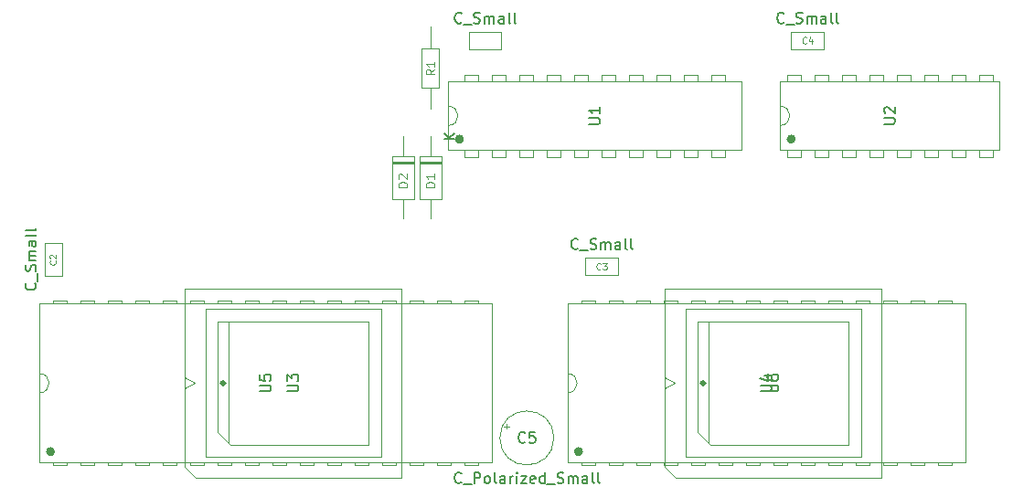
<source format=gbr>
%TF.GenerationSoftware,KiCad,Pcbnew,9.0.0*%
%TF.CreationDate,2025-05-09T14:52:44+01:00*%
%TF.ProjectId,v0b,7630622e-6b69-4636-9164-5f7063625858,rev?*%
%TF.SameCoordinates,Original*%
%TF.FileFunction,AssemblyDrawing,Top*%
%FSLAX46Y46*%
G04 Gerber Fmt 4.6, Leading zero omitted, Abs format (unit mm)*
G04 Created by KiCad (PCBNEW 9.0.0) date 2025-05-09 14:52:44*
%MOMM*%
%LPD*%
G01*
G04 APERTURE LIST*
%ADD10C,0.150000*%
%ADD11C,0.120000*%
%ADD12C,0.090000*%
%ADD13C,0.108000*%
%ADD14C,0.100000*%
%ADD15C,0.431000*%
%ADD16C,0.300000*%
G04 APERTURE END LIST*
D10*
X81384819Y-44576904D02*
X82194342Y-44576904D01*
X82194342Y-44576904D02*
X82289580Y-44529285D01*
X82289580Y-44529285D02*
X82337200Y-44481666D01*
X82337200Y-44481666D02*
X82384819Y-44386428D01*
X82384819Y-44386428D02*
X82384819Y-44195952D01*
X82384819Y-44195952D02*
X82337200Y-44100714D01*
X82337200Y-44100714D02*
X82289580Y-44053095D01*
X82289580Y-44053095D02*
X82194342Y-44005476D01*
X82194342Y-44005476D02*
X81384819Y-44005476D01*
X82384819Y-43005476D02*
X82384819Y-43576904D01*
X82384819Y-43291190D02*
X81384819Y-43291190D01*
X81384819Y-43291190D02*
X81527676Y-43386428D01*
X81527676Y-43386428D02*
X81622914Y-43481666D01*
X81622914Y-43481666D02*
X81670533Y-43576904D01*
X68929819Y-45981904D02*
X67929819Y-45981904D01*
X68929819Y-45410476D02*
X68358390Y-45839047D01*
X67929819Y-45410476D02*
X68501247Y-45981904D01*
D11*
X67038855Y-50420475D02*
X66238855Y-50420475D01*
X66238855Y-50420475D02*
X66238855Y-50229999D01*
X66238855Y-50229999D02*
X66276950Y-50115713D01*
X66276950Y-50115713D02*
X66353140Y-50039523D01*
X66353140Y-50039523D02*
X66429331Y-50001428D01*
X66429331Y-50001428D02*
X66581712Y-49963332D01*
X66581712Y-49963332D02*
X66695998Y-49963332D01*
X66695998Y-49963332D02*
X66848379Y-50001428D01*
X66848379Y-50001428D02*
X66924569Y-50039523D01*
X66924569Y-50039523D02*
X67000760Y-50115713D01*
X67000760Y-50115713D02*
X67038855Y-50229999D01*
X67038855Y-50229999D02*
X67038855Y-50420475D01*
X67038855Y-49201428D02*
X67038855Y-49658571D01*
X67038855Y-49429999D02*
X66238855Y-49429999D01*
X66238855Y-49429999D02*
X66353140Y-49506190D01*
X66353140Y-49506190D02*
X66429331Y-49582380D01*
X66429331Y-49582380D02*
X66467426Y-49658571D01*
D10*
X30059580Y-59320476D02*
X30107200Y-59368095D01*
X30107200Y-59368095D02*
X30154819Y-59510952D01*
X30154819Y-59510952D02*
X30154819Y-59606190D01*
X30154819Y-59606190D02*
X30107200Y-59749047D01*
X30107200Y-59749047D02*
X30011961Y-59844285D01*
X30011961Y-59844285D02*
X29916723Y-59891904D01*
X29916723Y-59891904D02*
X29726247Y-59939523D01*
X29726247Y-59939523D02*
X29583390Y-59939523D01*
X29583390Y-59939523D02*
X29392914Y-59891904D01*
X29392914Y-59891904D02*
X29297676Y-59844285D01*
X29297676Y-59844285D02*
X29202438Y-59749047D01*
X29202438Y-59749047D02*
X29154819Y-59606190D01*
X29154819Y-59606190D02*
X29154819Y-59510952D01*
X29154819Y-59510952D02*
X29202438Y-59368095D01*
X29202438Y-59368095D02*
X29250057Y-59320476D01*
X30250057Y-59130000D02*
X30250057Y-58368095D01*
X30107200Y-58177618D02*
X30154819Y-58034761D01*
X30154819Y-58034761D02*
X30154819Y-57796666D01*
X30154819Y-57796666D02*
X30107200Y-57701428D01*
X30107200Y-57701428D02*
X30059580Y-57653809D01*
X30059580Y-57653809D02*
X29964342Y-57606190D01*
X29964342Y-57606190D02*
X29869104Y-57606190D01*
X29869104Y-57606190D02*
X29773866Y-57653809D01*
X29773866Y-57653809D02*
X29726247Y-57701428D01*
X29726247Y-57701428D02*
X29678628Y-57796666D01*
X29678628Y-57796666D02*
X29631009Y-57987142D01*
X29631009Y-57987142D02*
X29583390Y-58082380D01*
X29583390Y-58082380D02*
X29535771Y-58129999D01*
X29535771Y-58129999D02*
X29440533Y-58177618D01*
X29440533Y-58177618D02*
X29345295Y-58177618D01*
X29345295Y-58177618D02*
X29250057Y-58129999D01*
X29250057Y-58129999D02*
X29202438Y-58082380D01*
X29202438Y-58082380D02*
X29154819Y-57987142D01*
X29154819Y-57987142D02*
X29154819Y-57749047D01*
X29154819Y-57749047D02*
X29202438Y-57606190D01*
X30154819Y-57177618D02*
X29488152Y-57177618D01*
X29583390Y-57177618D02*
X29535771Y-57129999D01*
X29535771Y-57129999D02*
X29488152Y-57034761D01*
X29488152Y-57034761D02*
X29488152Y-56891904D01*
X29488152Y-56891904D02*
X29535771Y-56796666D01*
X29535771Y-56796666D02*
X29631009Y-56749047D01*
X29631009Y-56749047D02*
X30154819Y-56749047D01*
X29631009Y-56749047D02*
X29535771Y-56701428D01*
X29535771Y-56701428D02*
X29488152Y-56606190D01*
X29488152Y-56606190D02*
X29488152Y-56463333D01*
X29488152Y-56463333D02*
X29535771Y-56368094D01*
X29535771Y-56368094D02*
X29631009Y-56320475D01*
X29631009Y-56320475D02*
X30154819Y-56320475D01*
X30154819Y-55415714D02*
X29631009Y-55415714D01*
X29631009Y-55415714D02*
X29535771Y-55463333D01*
X29535771Y-55463333D02*
X29488152Y-55558571D01*
X29488152Y-55558571D02*
X29488152Y-55749047D01*
X29488152Y-55749047D02*
X29535771Y-55844285D01*
X30107200Y-55415714D02*
X30154819Y-55510952D01*
X30154819Y-55510952D02*
X30154819Y-55749047D01*
X30154819Y-55749047D02*
X30107200Y-55844285D01*
X30107200Y-55844285D02*
X30011961Y-55891904D01*
X30011961Y-55891904D02*
X29916723Y-55891904D01*
X29916723Y-55891904D02*
X29821485Y-55844285D01*
X29821485Y-55844285D02*
X29773866Y-55749047D01*
X29773866Y-55749047D02*
X29773866Y-55510952D01*
X29773866Y-55510952D02*
X29726247Y-55415714D01*
X30154819Y-54796666D02*
X30107200Y-54891904D01*
X30107200Y-54891904D02*
X30011961Y-54939523D01*
X30011961Y-54939523D02*
X29154819Y-54939523D01*
X30154819Y-54272856D02*
X30107200Y-54368094D01*
X30107200Y-54368094D02*
X30011961Y-54415713D01*
X30011961Y-54415713D02*
X29154819Y-54415713D01*
D12*
X31965748Y-57229999D02*
X31994320Y-57258571D01*
X31994320Y-57258571D02*
X32022891Y-57344285D01*
X32022891Y-57344285D02*
X32022891Y-57401428D01*
X32022891Y-57401428D02*
X31994320Y-57487142D01*
X31994320Y-57487142D02*
X31937177Y-57544285D01*
X31937177Y-57544285D02*
X31880034Y-57572856D01*
X31880034Y-57572856D02*
X31765748Y-57601428D01*
X31765748Y-57601428D02*
X31680034Y-57601428D01*
X31680034Y-57601428D02*
X31565748Y-57572856D01*
X31565748Y-57572856D02*
X31508605Y-57544285D01*
X31508605Y-57544285D02*
X31451462Y-57487142D01*
X31451462Y-57487142D02*
X31422891Y-57401428D01*
X31422891Y-57401428D02*
X31422891Y-57344285D01*
X31422891Y-57344285D02*
X31451462Y-57258571D01*
X31451462Y-57258571D02*
X31480034Y-57229999D01*
X31480034Y-57001428D02*
X31451462Y-56972856D01*
X31451462Y-56972856D02*
X31422891Y-56915714D01*
X31422891Y-56915714D02*
X31422891Y-56772856D01*
X31422891Y-56772856D02*
X31451462Y-56715714D01*
X31451462Y-56715714D02*
X31480034Y-56687142D01*
X31480034Y-56687142D02*
X31537177Y-56658571D01*
X31537177Y-56658571D02*
X31594320Y-56658571D01*
X31594320Y-56658571D02*
X31680034Y-56687142D01*
X31680034Y-56687142D02*
X32022891Y-57029999D01*
X32022891Y-57029999D02*
X32022891Y-56658571D01*
D10*
X97879819Y-69341904D02*
X98689342Y-69341904D01*
X98689342Y-69341904D02*
X98784580Y-69294285D01*
X98784580Y-69294285D02*
X98832200Y-69246666D01*
X98832200Y-69246666D02*
X98879819Y-69151428D01*
X98879819Y-69151428D02*
X98879819Y-68960952D01*
X98879819Y-68960952D02*
X98832200Y-68865714D01*
X98832200Y-68865714D02*
X98784580Y-68818095D01*
X98784580Y-68818095D02*
X98689342Y-68770476D01*
X98689342Y-68770476D02*
X97879819Y-68770476D01*
X97879819Y-67865714D02*
X97879819Y-68056190D01*
X97879819Y-68056190D02*
X97927438Y-68151428D01*
X97927438Y-68151428D02*
X97975057Y-68199047D01*
X97975057Y-68199047D02*
X98117914Y-68294285D01*
X98117914Y-68294285D02*
X98308390Y-68341904D01*
X98308390Y-68341904D02*
X98689342Y-68341904D01*
X98689342Y-68341904D02*
X98784580Y-68294285D01*
X98784580Y-68294285D02*
X98832200Y-68246666D01*
X98832200Y-68246666D02*
X98879819Y-68151428D01*
X98879819Y-68151428D02*
X98879819Y-67960952D01*
X98879819Y-67960952D02*
X98832200Y-67865714D01*
X98832200Y-67865714D02*
X98784580Y-67818095D01*
X98784580Y-67818095D02*
X98689342Y-67770476D01*
X98689342Y-67770476D02*
X98451247Y-67770476D01*
X98451247Y-67770476D02*
X98356009Y-67818095D01*
X98356009Y-67818095D02*
X98308390Y-67865714D01*
X98308390Y-67865714D02*
X98260771Y-67960952D01*
X98260771Y-67960952D02*
X98260771Y-68151428D01*
X98260771Y-68151428D02*
X98308390Y-68246666D01*
X98308390Y-68246666D02*
X98356009Y-68294285D01*
X98356009Y-68294285D02*
X98451247Y-68341904D01*
X69559523Y-35139580D02*
X69511904Y-35187200D01*
X69511904Y-35187200D02*
X69369047Y-35234819D01*
X69369047Y-35234819D02*
X69273809Y-35234819D01*
X69273809Y-35234819D02*
X69130952Y-35187200D01*
X69130952Y-35187200D02*
X69035714Y-35091961D01*
X69035714Y-35091961D02*
X68988095Y-34996723D01*
X68988095Y-34996723D02*
X68940476Y-34806247D01*
X68940476Y-34806247D02*
X68940476Y-34663390D01*
X68940476Y-34663390D02*
X68988095Y-34472914D01*
X68988095Y-34472914D02*
X69035714Y-34377676D01*
X69035714Y-34377676D02*
X69130952Y-34282438D01*
X69130952Y-34282438D02*
X69273809Y-34234819D01*
X69273809Y-34234819D02*
X69369047Y-34234819D01*
X69369047Y-34234819D02*
X69511904Y-34282438D01*
X69511904Y-34282438D02*
X69559523Y-34330057D01*
X69750000Y-35330057D02*
X70511904Y-35330057D01*
X70702381Y-35187200D02*
X70845238Y-35234819D01*
X70845238Y-35234819D02*
X71083333Y-35234819D01*
X71083333Y-35234819D02*
X71178571Y-35187200D01*
X71178571Y-35187200D02*
X71226190Y-35139580D01*
X71226190Y-35139580D02*
X71273809Y-35044342D01*
X71273809Y-35044342D02*
X71273809Y-34949104D01*
X71273809Y-34949104D02*
X71226190Y-34853866D01*
X71226190Y-34853866D02*
X71178571Y-34806247D01*
X71178571Y-34806247D02*
X71083333Y-34758628D01*
X71083333Y-34758628D02*
X70892857Y-34711009D01*
X70892857Y-34711009D02*
X70797619Y-34663390D01*
X70797619Y-34663390D02*
X70750000Y-34615771D01*
X70750000Y-34615771D02*
X70702381Y-34520533D01*
X70702381Y-34520533D02*
X70702381Y-34425295D01*
X70702381Y-34425295D02*
X70750000Y-34330057D01*
X70750000Y-34330057D02*
X70797619Y-34282438D01*
X70797619Y-34282438D02*
X70892857Y-34234819D01*
X70892857Y-34234819D02*
X71130952Y-34234819D01*
X71130952Y-34234819D02*
X71273809Y-34282438D01*
X71702381Y-35234819D02*
X71702381Y-34568152D01*
X71702381Y-34663390D02*
X71750000Y-34615771D01*
X71750000Y-34615771D02*
X71845238Y-34568152D01*
X71845238Y-34568152D02*
X71988095Y-34568152D01*
X71988095Y-34568152D02*
X72083333Y-34615771D01*
X72083333Y-34615771D02*
X72130952Y-34711009D01*
X72130952Y-34711009D02*
X72130952Y-35234819D01*
X72130952Y-34711009D02*
X72178571Y-34615771D01*
X72178571Y-34615771D02*
X72273809Y-34568152D01*
X72273809Y-34568152D02*
X72416666Y-34568152D01*
X72416666Y-34568152D02*
X72511905Y-34615771D01*
X72511905Y-34615771D02*
X72559524Y-34711009D01*
X72559524Y-34711009D02*
X72559524Y-35234819D01*
X73464285Y-35234819D02*
X73464285Y-34711009D01*
X73464285Y-34711009D02*
X73416666Y-34615771D01*
X73416666Y-34615771D02*
X73321428Y-34568152D01*
X73321428Y-34568152D02*
X73130952Y-34568152D01*
X73130952Y-34568152D02*
X73035714Y-34615771D01*
X73464285Y-35187200D02*
X73369047Y-35234819D01*
X73369047Y-35234819D02*
X73130952Y-35234819D01*
X73130952Y-35234819D02*
X73035714Y-35187200D01*
X73035714Y-35187200D02*
X72988095Y-35091961D01*
X72988095Y-35091961D02*
X72988095Y-34996723D01*
X72988095Y-34996723D02*
X73035714Y-34901485D01*
X73035714Y-34901485D02*
X73130952Y-34853866D01*
X73130952Y-34853866D02*
X73369047Y-34853866D01*
X73369047Y-34853866D02*
X73464285Y-34806247D01*
X74083333Y-35234819D02*
X73988095Y-35187200D01*
X73988095Y-35187200D02*
X73940476Y-35091961D01*
X73940476Y-35091961D02*
X73940476Y-34234819D01*
X74607143Y-35234819D02*
X74511905Y-35187200D01*
X74511905Y-35187200D02*
X74464286Y-35091961D01*
X74464286Y-35091961D02*
X74464286Y-34234819D01*
D11*
X64498855Y-50420475D02*
X63698855Y-50420475D01*
X63698855Y-50420475D02*
X63698855Y-50229999D01*
X63698855Y-50229999D02*
X63736950Y-50115713D01*
X63736950Y-50115713D02*
X63813140Y-50039523D01*
X63813140Y-50039523D02*
X63889331Y-50001428D01*
X63889331Y-50001428D02*
X64041712Y-49963332D01*
X64041712Y-49963332D02*
X64155998Y-49963332D01*
X64155998Y-49963332D02*
X64308379Y-50001428D01*
X64308379Y-50001428D02*
X64384569Y-50039523D01*
X64384569Y-50039523D02*
X64460760Y-50115713D01*
X64460760Y-50115713D02*
X64498855Y-50229999D01*
X64498855Y-50229999D02*
X64498855Y-50420475D01*
X63775045Y-49658571D02*
X63736950Y-49620475D01*
X63736950Y-49620475D02*
X63698855Y-49544285D01*
X63698855Y-49544285D02*
X63698855Y-49353809D01*
X63698855Y-49353809D02*
X63736950Y-49277618D01*
X63736950Y-49277618D02*
X63775045Y-49239523D01*
X63775045Y-49239523D02*
X63851236Y-49201428D01*
X63851236Y-49201428D02*
X63927426Y-49201428D01*
X63927426Y-49201428D02*
X64041712Y-49239523D01*
X64041712Y-49239523D02*
X64498855Y-49696666D01*
X64498855Y-49696666D02*
X64498855Y-49201428D01*
D10*
X99404523Y-35139580D02*
X99356904Y-35187200D01*
X99356904Y-35187200D02*
X99214047Y-35234819D01*
X99214047Y-35234819D02*
X99118809Y-35234819D01*
X99118809Y-35234819D02*
X98975952Y-35187200D01*
X98975952Y-35187200D02*
X98880714Y-35091961D01*
X98880714Y-35091961D02*
X98833095Y-34996723D01*
X98833095Y-34996723D02*
X98785476Y-34806247D01*
X98785476Y-34806247D02*
X98785476Y-34663390D01*
X98785476Y-34663390D02*
X98833095Y-34472914D01*
X98833095Y-34472914D02*
X98880714Y-34377676D01*
X98880714Y-34377676D02*
X98975952Y-34282438D01*
X98975952Y-34282438D02*
X99118809Y-34234819D01*
X99118809Y-34234819D02*
X99214047Y-34234819D01*
X99214047Y-34234819D02*
X99356904Y-34282438D01*
X99356904Y-34282438D02*
X99404523Y-34330057D01*
X99595000Y-35330057D02*
X100356904Y-35330057D01*
X100547381Y-35187200D02*
X100690238Y-35234819D01*
X100690238Y-35234819D02*
X100928333Y-35234819D01*
X100928333Y-35234819D02*
X101023571Y-35187200D01*
X101023571Y-35187200D02*
X101071190Y-35139580D01*
X101071190Y-35139580D02*
X101118809Y-35044342D01*
X101118809Y-35044342D02*
X101118809Y-34949104D01*
X101118809Y-34949104D02*
X101071190Y-34853866D01*
X101071190Y-34853866D02*
X101023571Y-34806247D01*
X101023571Y-34806247D02*
X100928333Y-34758628D01*
X100928333Y-34758628D02*
X100737857Y-34711009D01*
X100737857Y-34711009D02*
X100642619Y-34663390D01*
X100642619Y-34663390D02*
X100595000Y-34615771D01*
X100595000Y-34615771D02*
X100547381Y-34520533D01*
X100547381Y-34520533D02*
X100547381Y-34425295D01*
X100547381Y-34425295D02*
X100595000Y-34330057D01*
X100595000Y-34330057D02*
X100642619Y-34282438D01*
X100642619Y-34282438D02*
X100737857Y-34234819D01*
X100737857Y-34234819D02*
X100975952Y-34234819D01*
X100975952Y-34234819D02*
X101118809Y-34282438D01*
X101547381Y-35234819D02*
X101547381Y-34568152D01*
X101547381Y-34663390D02*
X101595000Y-34615771D01*
X101595000Y-34615771D02*
X101690238Y-34568152D01*
X101690238Y-34568152D02*
X101833095Y-34568152D01*
X101833095Y-34568152D02*
X101928333Y-34615771D01*
X101928333Y-34615771D02*
X101975952Y-34711009D01*
X101975952Y-34711009D02*
X101975952Y-35234819D01*
X101975952Y-34711009D02*
X102023571Y-34615771D01*
X102023571Y-34615771D02*
X102118809Y-34568152D01*
X102118809Y-34568152D02*
X102261666Y-34568152D01*
X102261666Y-34568152D02*
X102356905Y-34615771D01*
X102356905Y-34615771D02*
X102404524Y-34711009D01*
X102404524Y-34711009D02*
X102404524Y-35234819D01*
X103309285Y-35234819D02*
X103309285Y-34711009D01*
X103309285Y-34711009D02*
X103261666Y-34615771D01*
X103261666Y-34615771D02*
X103166428Y-34568152D01*
X103166428Y-34568152D02*
X102975952Y-34568152D01*
X102975952Y-34568152D02*
X102880714Y-34615771D01*
X103309285Y-35187200D02*
X103214047Y-35234819D01*
X103214047Y-35234819D02*
X102975952Y-35234819D01*
X102975952Y-35234819D02*
X102880714Y-35187200D01*
X102880714Y-35187200D02*
X102833095Y-35091961D01*
X102833095Y-35091961D02*
X102833095Y-34996723D01*
X102833095Y-34996723D02*
X102880714Y-34901485D01*
X102880714Y-34901485D02*
X102975952Y-34853866D01*
X102975952Y-34853866D02*
X103214047Y-34853866D01*
X103214047Y-34853866D02*
X103309285Y-34806247D01*
X103928333Y-35234819D02*
X103833095Y-35187200D01*
X103833095Y-35187200D02*
X103785476Y-35091961D01*
X103785476Y-35091961D02*
X103785476Y-34234819D01*
X104452143Y-35234819D02*
X104356905Y-35187200D01*
X104356905Y-35187200D02*
X104309286Y-35091961D01*
X104309286Y-35091961D02*
X104309286Y-34234819D01*
D12*
X101495000Y-37045748D02*
X101466428Y-37074320D01*
X101466428Y-37074320D02*
X101380714Y-37102891D01*
X101380714Y-37102891D02*
X101323571Y-37102891D01*
X101323571Y-37102891D02*
X101237857Y-37074320D01*
X101237857Y-37074320D02*
X101180714Y-37017177D01*
X101180714Y-37017177D02*
X101152143Y-36960034D01*
X101152143Y-36960034D02*
X101123571Y-36845748D01*
X101123571Y-36845748D02*
X101123571Y-36760034D01*
X101123571Y-36760034D02*
X101152143Y-36645748D01*
X101152143Y-36645748D02*
X101180714Y-36588605D01*
X101180714Y-36588605D02*
X101237857Y-36531462D01*
X101237857Y-36531462D02*
X101323571Y-36502891D01*
X101323571Y-36502891D02*
X101380714Y-36502891D01*
X101380714Y-36502891D02*
X101466428Y-36531462D01*
X101466428Y-36531462D02*
X101495000Y-36560034D01*
X102009286Y-36702891D02*
X102009286Y-37102891D01*
X101866428Y-36474320D02*
X101723571Y-36902891D01*
X101723571Y-36902891D02*
X102095000Y-36902891D01*
D10*
X80339523Y-56094580D02*
X80291904Y-56142200D01*
X80291904Y-56142200D02*
X80149047Y-56189819D01*
X80149047Y-56189819D02*
X80053809Y-56189819D01*
X80053809Y-56189819D02*
X79910952Y-56142200D01*
X79910952Y-56142200D02*
X79815714Y-56046961D01*
X79815714Y-56046961D02*
X79768095Y-55951723D01*
X79768095Y-55951723D02*
X79720476Y-55761247D01*
X79720476Y-55761247D02*
X79720476Y-55618390D01*
X79720476Y-55618390D02*
X79768095Y-55427914D01*
X79768095Y-55427914D02*
X79815714Y-55332676D01*
X79815714Y-55332676D02*
X79910952Y-55237438D01*
X79910952Y-55237438D02*
X80053809Y-55189819D01*
X80053809Y-55189819D02*
X80149047Y-55189819D01*
X80149047Y-55189819D02*
X80291904Y-55237438D01*
X80291904Y-55237438D02*
X80339523Y-55285057D01*
X80530000Y-56285057D02*
X81291904Y-56285057D01*
X81482381Y-56142200D02*
X81625238Y-56189819D01*
X81625238Y-56189819D02*
X81863333Y-56189819D01*
X81863333Y-56189819D02*
X81958571Y-56142200D01*
X81958571Y-56142200D02*
X82006190Y-56094580D01*
X82006190Y-56094580D02*
X82053809Y-55999342D01*
X82053809Y-55999342D02*
X82053809Y-55904104D01*
X82053809Y-55904104D02*
X82006190Y-55808866D01*
X82006190Y-55808866D02*
X81958571Y-55761247D01*
X81958571Y-55761247D02*
X81863333Y-55713628D01*
X81863333Y-55713628D02*
X81672857Y-55666009D01*
X81672857Y-55666009D02*
X81577619Y-55618390D01*
X81577619Y-55618390D02*
X81530000Y-55570771D01*
X81530000Y-55570771D02*
X81482381Y-55475533D01*
X81482381Y-55475533D02*
X81482381Y-55380295D01*
X81482381Y-55380295D02*
X81530000Y-55285057D01*
X81530000Y-55285057D02*
X81577619Y-55237438D01*
X81577619Y-55237438D02*
X81672857Y-55189819D01*
X81672857Y-55189819D02*
X81910952Y-55189819D01*
X81910952Y-55189819D02*
X82053809Y-55237438D01*
X82482381Y-56189819D02*
X82482381Y-55523152D01*
X82482381Y-55618390D02*
X82530000Y-55570771D01*
X82530000Y-55570771D02*
X82625238Y-55523152D01*
X82625238Y-55523152D02*
X82768095Y-55523152D01*
X82768095Y-55523152D02*
X82863333Y-55570771D01*
X82863333Y-55570771D02*
X82910952Y-55666009D01*
X82910952Y-55666009D02*
X82910952Y-56189819D01*
X82910952Y-55666009D02*
X82958571Y-55570771D01*
X82958571Y-55570771D02*
X83053809Y-55523152D01*
X83053809Y-55523152D02*
X83196666Y-55523152D01*
X83196666Y-55523152D02*
X83291905Y-55570771D01*
X83291905Y-55570771D02*
X83339524Y-55666009D01*
X83339524Y-55666009D02*
X83339524Y-56189819D01*
X84244285Y-56189819D02*
X84244285Y-55666009D01*
X84244285Y-55666009D02*
X84196666Y-55570771D01*
X84196666Y-55570771D02*
X84101428Y-55523152D01*
X84101428Y-55523152D02*
X83910952Y-55523152D01*
X83910952Y-55523152D02*
X83815714Y-55570771D01*
X84244285Y-56142200D02*
X84149047Y-56189819D01*
X84149047Y-56189819D02*
X83910952Y-56189819D01*
X83910952Y-56189819D02*
X83815714Y-56142200D01*
X83815714Y-56142200D02*
X83768095Y-56046961D01*
X83768095Y-56046961D02*
X83768095Y-55951723D01*
X83768095Y-55951723D02*
X83815714Y-55856485D01*
X83815714Y-55856485D02*
X83910952Y-55808866D01*
X83910952Y-55808866D02*
X84149047Y-55808866D01*
X84149047Y-55808866D02*
X84244285Y-55761247D01*
X84863333Y-56189819D02*
X84768095Y-56142200D01*
X84768095Y-56142200D02*
X84720476Y-56046961D01*
X84720476Y-56046961D02*
X84720476Y-55189819D01*
X85387143Y-56189819D02*
X85291905Y-56142200D01*
X85291905Y-56142200D02*
X85244286Y-56046961D01*
X85244286Y-56046961D02*
X85244286Y-55189819D01*
D12*
X82430000Y-58000748D02*
X82401428Y-58029320D01*
X82401428Y-58029320D02*
X82315714Y-58057891D01*
X82315714Y-58057891D02*
X82258571Y-58057891D01*
X82258571Y-58057891D02*
X82172857Y-58029320D01*
X82172857Y-58029320D02*
X82115714Y-57972177D01*
X82115714Y-57972177D02*
X82087143Y-57915034D01*
X82087143Y-57915034D02*
X82058571Y-57800748D01*
X82058571Y-57800748D02*
X82058571Y-57715034D01*
X82058571Y-57715034D02*
X82087143Y-57600748D01*
X82087143Y-57600748D02*
X82115714Y-57543605D01*
X82115714Y-57543605D02*
X82172857Y-57486462D01*
X82172857Y-57486462D02*
X82258571Y-57457891D01*
X82258571Y-57457891D02*
X82315714Y-57457891D01*
X82315714Y-57457891D02*
X82401428Y-57486462D01*
X82401428Y-57486462D02*
X82430000Y-57515034D01*
X82630000Y-57457891D02*
X83001428Y-57457891D01*
X83001428Y-57457891D02*
X82801428Y-57686462D01*
X82801428Y-57686462D02*
X82887143Y-57686462D01*
X82887143Y-57686462D02*
X82944286Y-57715034D01*
X82944286Y-57715034D02*
X82972857Y-57743605D01*
X82972857Y-57743605D02*
X83001428Y-57800748D01*
X83001428Y-57800748D02*
X83001428Y-57943605D01*
X83001428Y-57943605D02*
X82972857Y-58000748D01*
X82972857Y-58000748D02*
X82944286Y-58029320D01*
X82944286Y-58029320D02*
X82887143Y-58057891D01*
X82887143Y-58057891D02*
X82715714Y-58057891D01*
X82715714Y-58057891D02*
X82658571Y-58029320D01*
X82658571Y-58029320D02*
X82630000Y-58000748D01*
D10*
X69538458Y-77769580D02*
X69490839Y-77817200D01*
X69490839Y-77817200D02*
X69347982Y-77864819D01*
X69347982Y-77864819D02*
X69252744Y-77864819D01*
X69252744Y-77864819D02*
X69109887Y-77817200D01*
X69109887Y-77817200D02*
X69014649Y-77721961D01*
X69014649Y-77721961D02*
X68967030Y-77626723D01*
X68967030Y-77626723D02*
X68919411Y-77436247D01*
X68919411Y-77436247D02*
X68919411Y-77293390D01*
X68919411Y-77293390D02*
X68967030Y-77102914D01*
X68967030Y-77102914D02*
X69014649Y-77007676D01*
X69014649Y-77007676D02*
X69109887Y-76912438D01*
X69109887Y-76912438D02*
X69252744Y-76864819D01*
X69252744Y-76864819D02*
X69347982Y-76864819D01*
X69347982Y-76864819D02*
X69490839Y-76912438D01*
X69490839Y-76912438D02*
X69538458Y-76960057D01*
X69728935Y-77960057D02*
X70490839Y-77960057D01*
X70728935Y-77864819D02*
X70728935Y-76864819D01*
X70728935Y-76864819D02*
X71109887Y-76864819D01*
X71109887Y-76864819D02*
X71205125Y-76912438D01*
X71205125Y-76912438D02*
X71252744Y-76960057D01*
X71252744Y-76960057D02*
X71300363Y-77055295D01*
X71300363Y-77055295D02*
X71300363Y-77198152D01*
X71300363Y-77198152D02*
X71252744Y-77293390D01*
X71252744Y-77293390D02*
X71205125Y-77341009D01*
X71205125Y-77341009D02*
X71109887Y-77388628D01*
X71109887Y-77388628D02*
X70728935Y-77388628D01*
X71871792Y-77864819D02*
X71776554Y-77817200D01*
X71776554Y-77817200D02*
X71728935Y-77769580D01*
X71728935Y-77769580D02*
X71681316Y-77674342D01*
X71681316Y-77674342D02*
X71681316Y-77388628D01*
X71681316Y-77388628D02*
X71728935Y-77293390D01*
X71728935Y-77293390D02*
X71776554Y-77245771D01*
X71776554Y-77245771D02*
X71871792Y-77198152D01*
X71871792Y-77198152D02*
X72014649Y-77198152D01*
X72014649Y-77198152D02*
X72109887Y-77245771D01*
X72109887Y-77245771D02*
X72157506Y-77293390D01*
X72157506Y-77293390D02*
X72205125Y-77388628D01*
X72205125Y-77388628D02*
X72205125Y-77674342D01*
X72205125Y-77674342D02*
X72157506Y-77769580D01*
X72157506Y-77769580D02*
X72109887Y-77817200D01*
X72109887Y-77817200D02*
X72014649Y-77864819D01*
X72014649Y-77864819D02*
X71871792Y-77864819D01*
X72776554Y-77864819D02*
X72681316Y-77817200D01*
X72681316Y-77817200D02*
X72633697Y-77721961D01*
X72633697Y-77721961D02*
X72633697Y-76864819D01*
X73586078Y-77864819D02*
X73586078Y-77341009D01*
X73586078Y-77341009D02*
X73538459Y-77245771D01*
X73538459Y-77245771D02*
X73443221Y-77198152D01*
X73443221Y-77198152D02*
X73252745Y-77198152D01*
X73252745Y-77198152D02*
X73157507Y-77245771D01*
X73586078Y-77817200D02*
X73490840Y-77864819D01*
X73490840Y-77864819D02*
X73252745Y-77864819D01*
X73252745Y-77864819D02*
X73157507Y-77817200D01*
X73157507Y-77817200D02*
X73109888Y-77721961D01*
X73109888Y-77721961D02*
X73109888Y-77626723D01*
X73109888Y-77626723D02*
X73157507Y-77531485D01*
X73157507Y-77531485D02*
X73252745Y-77483866D01*
X73252745Y-77483866D02*
X73490840Y-77483866D01*
X73490840Y-77483866D02*
X73586078Y-77436247D01*
X74062269Y-77864819D02*
X74062269Y-77198152D01*
X74062269Y-77388628D02*
X74109888Y-77293390D01*
X74109888Y-77293390D02*
X74157507Y-77245771D01*
X74157507Y-77245771D02*
X74252745Y-77198152D01*
X74252745Y-77198152D02*
X74347983Y-77198152D01*
X74681317Y-77864819D02*
X74681317Y-77198152D01*
X74681317Y-76864819D02*
X74633698Y-76912438D01*
X74633698Y-76912438D02*
X74681317Y-76960057D01*
X74681317Y-76960057D02*
X74728936Y-76912438D01*
X74728936Y-76912438D02*
X74681317Y-76864819D01*
X74681317Y-76864819D02*
X74681317Y-76960057D01*
X75062269Y-77198152D02*
X75586078Y-77198152D01*
X75586078Y-77198152D02*
X75062269Y-77864819D01*
X75062269Y-77864819D02*
X75586078Y-77864819D01*
X76347983Y-77817200D02*
X76252745Y-77864819D01*
X76252745Y-77864819D02*
X76062269Y-77864819D01*
X76062269Y-77864819D02*
X75967031Y-77817200D01*
X75967031Y-77817200D02*
X75919412Y-77721961D01*
X75919412Y-77721961D02*
X75919412Y-77341009D01*
X75919412Y-77341009D02*
X75967031Y-77245771D01*
X75967031Y-77245771D02*
X76062269Y-77198152D01*
X76062269Y-77198152D02*
X76252745Y-77198152D01*
X76252745Y-77198152D02*
X76347983Y-77245771D01*
X76347983Y-77245771D02*
X76395602Y-77341009D01*
X76395602Y-77341009D02*
X76395602Y-77436247D01*
X76395602Y-77436247D02*
X75919412Y-77531485D01*
X77252745Y-77864819D02*
X77252745Y-76864819D01*
X77252745Y-77817200D02*
X77157507Y-77864819D01*
X77157507Y-77864819D02*
X76967031Y-77864819D01*
X76967031Y-77864819D02*
X76871793Y-77817200D01*
X76871793Y-77817200D02*
X76824174Y-77769580D01*
X76824174Y-77769580D02*
X76776555Y-77674342D01*
X76776555Y-77674342D02*
X76776555Y-77388628D01*
X76776555Y-77388628D02*
X76824174Y-77293390D01*
X76824174Y-77293390D02*
X76871793Y-77245771D01*
X76871793Y-77245771D02*
X76967031Y-77198152D01*
X76967031Y-77198152D02*
X77157507Y-77198152D01*
X77157507Y-77198152D02*
X77252745Y-77245771D01*
X77490841Y-77960057D02*
X78252745Y-77960057D01*
X78443222Y-77817200D02*
X78586079Y-77864819D01*
X78586079Y-77864819D02*
X78824174Y-77864819D01*
X78824174Y-77864819D02*
X78919412Y-77817200D01*
X78919412Y-77817200D02*
X78967031Y-77769580D01*
X78967031Y-77769580D02*
X79014650Y-77674342D01*
X79014650Y-77674342D02*
X79014650Y-77579104D01*
X79014650Y-77579104D02*
X78967031Y-77483866D01*
X78967031Y-77483866D02*
X78919412Y-77436247D01*
X78919412Y-77436247D02*
X78824174Y-77388628D01*
X78824174Y-77388628D02*
X78633698Y-77341009D01*
X78633698Y-77341009D02*
X78538460Y-77293390D01*
X78538460Y-77293390D02*
X78490841Y-77245771D01*
X78490841Y-77245771D02*
X78443222Y-77150533D01*
X78443222Y-77150533D02*
X78443222Y-77055295D01*
X78443222Y-77055295D02*
X78490841Y-76960057D01*
X78490841Y-76960057D02*
X78538460Y-76912438D01*
X78538460Y-76912438D02*
X78633698Y-76864819D01*
X78633698Y-76864819D02*
X78871793Y-76864819D01*
X78871793Y-76864819D02*
X79014650Y-76912438D01*
X79443222Y-77864819D02*
X79443222Y-77198152D01*
X79443222Y-77293390D02*
X79490841Y-77245771D01*
X79490841Y-77245771D02*
X79586079Y-77198152D01*
X79586079Y-77198152D02*
X79728936Y-77198152D01*
X79728936Y-77198152D02*
X79824174Y-77245771D01*
X79824174Y-77245771D02*
X79871793Y-77341009D01*
X79871793Y-77341009D02*
X79871793Y-77864819D01*
X79871793Y-77341009D02*
X79919412Y-77245771D01*
X79919412Y-77245771D02*
X80014650Y-77198152D01*
X80014650Y-77198152D02*
X80157507Y-77198152D01*
X80157507Y-77198152D02*
X80252746Y-77245771D01*
X80252746Y-77245771D02*
X80300365Y-77341009D01*
X80300365Y-77341009D02*
X80300365Y-77864819D01*
X81205126Y-77864819D02*
X81205126Y-77341009D01*
X81205126Y-77341009D02*
X81157507Y-77245771D01*
X81157507Y-77245771D02*
X81062269Y-77198152D01*
X81062269Y-77198152D02*
X80871793Y-77198152D01*
X80871793Y-77198152D02*
X80776555Y-77245771D01*
X81205126Y-77817200D02*
X81109888Y-77864819D01*
X81109888Y-77864819D02*
X80871793Y-77864819D01*
X80871793Y-77864819D02*
X80776555Y-77817200D01*
X80776555Y-77817200D02*
X80728936Y-77721961D01*
X80728936Y-77721961D02*
X80728936Y-77626723D01*
X80728936Y-77626723D02*
X80776555Y-77531485D01*
X80776555Y-77531485D02*
X80871793Y-77483866D01*
X80871793Y-77483866D02*
X81109888Y-77483866D01*
X81109888Y-77483866D02*
X81205126Y-77436247D01*
X81824174Y-77864819D02*
X81728936Y-77817200D01*
X81728936Y-77817200D02*
X81681317Y-77721961D01*
X81681317Y-77721961D02*
X81681317Y-76864819D01*
X82347984Y-77864819D02*
X82252746Y-77817200D01*
X82252746Y-77817200D02*
X82205127Y-77721961D01*
X82205127Y-77721961D02*
X82205127Y-76864819D01*
X75443221Y-74019580D02*
X75395602Y-74067200D01*
X75395602Y-74067200D02*
X75252745Y-74114819D01*
X75252745Y-74114819D02*
X75157507Y-74114819D01*
X75157507Y-74114819D02*
X75014650Y-74067200D01*
X75014650Y-74067200D02*
X74919412Y-73971961D01*
X74919412Y-73971961D02*
X74871793Y-73876723D01*
X74871793Y-73876723D02*
X74824174Y-73686247D01*
X74824174Y-73686247D02*
X74824174Y-73543390D01*
X74824174Y-73543390D02*
X74871793Y-73352914D01*
X74871793Y-73352914D02*
X74919412Y-73257676D01*
X74919412Y-73257676D02*
X75014650Y-73162438D01*
X75014650Y-73162438D02*
X75157507Y-73114819D01*
X75157507Y-73114819D02*
X75252745Y-73114819D01*
X75252745Y-73114819D02*
X75395602Y-73162438D01*
X75395602Y-73162438D02*
X75443221Y-73210057D01*
X76347983Y-73114819D02*
X75871793Y-73114819D01*
X75871793Y-73114819D02*
X75824174Y-73591009D01*
X75824174Y-73591009D02*
X75871793Y-73543390D01*
X75871793Y-73543390D02*
X75967031Y-73495771D01*
X75967031Y-73495771D02*
X76205126Y-73495771D01*
X76205126Y-73495771D02*
X76300364Y-73543390D01*
X76300364Y-73543390D02*
X76347983Y-73591009D01*
X76347983Y-73591009D02*
X76395602Y-73686247D01*
X76395602Y-73686247D02*
X76395602Y-73924342D01*
X76395602Y-73924342D02*
X76347983Y-74019580D01*
X76347983Y-74019580D02*
X76300364Y-74067200D01*
X76300364Y-74067200D02*
X76205126Y-74114819D01*
X76205126Y-74114819D02*
X75967031Y-74114819D01*
X75967031Y-74114819D02*
X75871793Y-74067200D01*
X75871793Y-74067200D02*
X75824174Y-74019580D01*
D13*
X67002469Y-39489999D02*
X66659612Y-39729999D01*
X67002469Y-39901428D02*
X66282469Y-39901428D01*
X66282469Y-39901428D02*
X66282469Y-39627142D01*
X66282469Y-39627142D02*
X66316755Y-39558571D01*
X66316755Y-39558571D02*
X66351041Y-39524285D01*
X66351041Y-39524285D02*
X66419612Y-39489999D01*
X66419612Y-39489999D02*
X66522469Y-39489999D01*
X66522469Y-39489999D02*
X66591041Y-39524285D01*
X66591041Y-39524285D02*
X66625326Y-39558571D01*
X66625326Y-39558571D02*
X66659612Y-39627142D01*
X66659612Y-39627142D02*
X66659612Y-39901428D01*
X67002469Y-38804285D02*
X67002469Y-39215714D01*
X67002469Y-39009999D02*
X66282469Y-39009999D01*
X66282469Y-39009999D02*
X66385326Y-39078571D01*
X66385326Y-39078571D02*
X66453898Y-39147142D01*
X66453898Y-39147142D02*
X66488184Y-39215714D01*
D10*
X108689819Y-44566904D02*
X109499342Y-44566904D01*
X109499342Y-44566904D02*
X109594580Y-44519285D01*
X109594580Y-44519285D02*
X109642200Y-44471666D01*
X109642200Y-44471666D02*
X109689819Y-44376428D01*
X109689819Y-44376428D02*
X109689819Y-44185952D01*
X109689819Y-44185952D02*
X109642200Y-44090714D01*
X109642200Y-44090714D02*
X109594580Y-44043095D01*
X109594580Y-44043095D02*
X109499342Y-43995476D01*
X109499342Y-43995476D02*
X108689819Y-43995476D01*
X108785057Y-43566904D02*
X108737438Y-43519285D01*
X108737438Y-43519285D02*
X108689819Y-43424047D01*
X108689819Y-43424047D02*
X108689819Y-43185952D01*
X108689819Y-43185952D02*
X108737438Y-43090714D01*
X108737438Y-43090714D02*
X108785057Y-43043095D01*
X108785057Y-43043095D02*
X108880295Y-42995476D01*
X108880295Y-42995476D02*
X108975533Y-42995476D01*
X108975533Y-42995476D02*
X109118390Y-43043095D01*
X109118390Y-43043095D02*
X109689819Y-43614523D01*
X109689819Y-43614523D02*
X109689819Y-42995476D01*
X97244819Y-69341904D02*
X98054342Y-69341904D01*
X98054342Y-69341904D02*
X98149580Y-69294285D01*
X98149580Y-69294285D02*
X98197200Y-69246666D01*
X98197200Y-69246666D02*
X98244819Y-69151428D01*
X98244819Y-69151428D02*
X98244819Y-68960952D01*
X98244819Y-68960952D02*
X98197200Y-68865714D01*
X98197200Y-68865714D02*
X98149580Y-68818095D01*
X98149580Y-68818095D02*
X98054342Y-68770476D01*
X98054342Y-68770476D02*
X97244819Y-68770476D01*
X97578152Y-67865714D02*
X98244819Y-67865714D01*
X97197200Y-68103809D02*
X97911485Y-68341904D01*
X97911485Y-68341904D02*
X97911485Y-67722857D01*
X53429819Y-69341904D02*
X54239342Y-69341904D01*
X54239342Y-69341904D02*
X54334580Y-69294285D01*
X54334580Y-69294285D02*
X54382200Y-69246666D01*
X54382200Y-69246666D02*
X54429819Y-69151428D01*
X54429819Y-69151428D02*
X54429819Y-68960952D01*
X54429819Y-68960952D02*
X54382200Y-68865714D01*
X54382200Y-68865714D02*
X54334580Y-68818095D01*
X54334580Y-68818095D02*
X54239342Y-68770476D01*
X54239342Y-68770476D02*
X53429819Y-68770476D01*
X53429819Y-68389523D02*
X53429819Y-67770476D01*
X53429819Y-67770476D02*
X53810771Y-68103809D01*
X53810771Y-68103809D02*
X53810771Y-67960952D01*
X53810771Y-67960952D02*
X53858390Y-67865714D01*
X53858390Y-67865714D02*
X53906009Y-67818095D01*
X53906009Y-67818095D02*
X54001247Y-67770476D01*
X54001247Y-67770476D02*
X54239342Y-67770476D01*
X54239342Y-67770476D02*
X54334580Y-67818095D01*
X54334580Y-67818095D02*
X54382200Y-67865714D01*
X54382200Y-67865714D02*
X54429819Y-67960952D01*
X54429819Y-67960952D02*
X54429819Y-68246666D01*
X54429819Y-68246666D02*
X54382200Y-68341904D01*
X54382200Y-68341904D02*
X54334580Y-68389523D01*
X50889819Y-69341904D02*
X51699342Y-69341904D01*
X51699342Y-69341904D02*
X51794580Y-69294285D01*
X51794580Y-69294285D02*
X51842200Y-69246666D01*
X51842200Y-69246666D02*
X51889819Y-69151428D01*
X51889819Y-69151428D02*
X51889819Y-68960952D01*
X51889819Y-68960952D02*
X51842200Y-68865714D01*
X51842200Y-68865714D02*
X51794580Y-68818095D01*
X51794580Y-68818095D02*
X51699342Y-68770476D01*
X51699342Y-68770476D02*
X50889819Y-68770476D01*
X50889819Y-67818095D02*
X50889819Y-68294285D01*
X50889819Y-68294285D02*
X51366009Y-68341904D01*
X51366009Y-68341904D02*
X51318390Y-68294285D01*
X51318390Y-68294285D02*
X51270771Y-68199047D01*
X51270771Y-68199047D02*
X51270771Y-67960952D01*
X51270771Y-67960952D02*
X51318390Y-67865714D01*
X51318390Y-67865714D02*
X51366009Y-67818095D01*
X51366009Y-67818095D02*
X51461247Y-67770476D01*
X51461247Y-67770476D02*
X51699342Y-67770476D01*
X51699342Y-67770476D02*
X51794580Y-67818095D01*
X51794580Y-67818095D02*
X51842200Y-67865714D01*
X51842200Y-67865714D02*
X51889819Y-67960952D01*
X51889819Y-67960952D02*
X51889819Y-68199047D01*
X51889819Y-68199047D02*
X51842200Y-68294285D01*
X51842200Y-68294285D02*
X51794580Y-68341904D01*
D14*
%TO.C,U1*%
X68341000Y-40640000D02*
X95519000Y-40640000D01*
X68341000Y-46990000D02*
X68341000Y-40640000D01*
X69865000Y-40005000D02*
X69865000Y-40640000D01*
X69865000Y-47625000D02*
X69865000Y-46990000D01*
X69865000Y-47625000D02*
X71135000Y-47625000D01*
X71135000Y-40005000D02*
X69865000Y-40005000D01*
X71135000Y-40005000D02*
X71135000Y-40640000D01*
X71135000Y-47625000D02*
X71135000Y-46990000D01*
X72405000Y-40005000D02*
X72405000Y-40640000D01*
X72405000Y-47625000D02*
X72405000Y-46990000D01*
X72405000Y-47625000D02*
X73675000Y-47625000D01*
X73675000Y-40005000D02*
X72405000Y-40005000D01*
X73675000Y-40005000D02*
X73675000Y-40640000D01*
X73675000Y-47625000D02*
X73675000Y-46990000D01*
X74945000Y-40005000D02*
X74945000Y-40640000D01*
X74945000Y-47625000D02*
X74945000Y-46990000D01*
X74945000Y-47625000D02*
X76215000Y-47625000D01*
X76215000Y-40005000D02*
X74945000Y-40005000D01*
X76215000Y-40005000D02*
X76215000Y-40640000D01*
X76215000Y-47625000D02*
X76215000Y-46990000D01*
X77485000Y-40005000D02*
X77485000Y-40640000D01*
X77485000Y-47625000D02*
X77485000Y-46990000D01*
X77485000Y-47625000D02*
X78755000Y-47625000D01*
X78755000Y-40005000D02*
X77485000Y-40005000D01*
X78755000Y-40005000D02*
X78755000Y-40640000D01*
X78755000Y-47625000D02*
X78755000Y-46990000D01*
X80025000Y-40005000D02*
X80025000Y-40640000D01*
X80025000Y-47625000D02*
X80025000Y-46990000D01*
X80025000Y-47625000D02*
X81295000Y-47625000D01*
X81295000Y-40005000D02*
X80025000Y-40005000D01*
X81295000Y-40005000D02*
X81295000Y-40640000D01*
X81295000Y-47625000D02*
X81295000Y-46990000D01*
X82565000Y-40005000D02*
X82565000Y-40640000D01*
X82565000Y-47625000D02*
X82565000Y-46990000D01*
X82565000Y-47625000D02*
X83835000Y-47625000D01*
X83835000Y-40005000D02*
X82565000Y-40005000D01*
X83835000Y-40005000D02*
X83835000Y-40640000D01*
X83835000Y-47625000D02*
X83835000Y-46990000D01*
X85105000Y-40005000D02*
X85105000Y-40640000D01*
X85105000Y-47625000D02*
X85105000Y-46990000D01*
X85105000Y-47625000D02*
X86375000Y-47625000D01*
X86375000Y-40005000D02*
X85105000Y-40005000D01*
X86375000Y-40005000D02*
X86375000Y-40640000D01*
X86375000Y-47625000D02*
X86375000Y-46990000D01*
X87645000Y-40005000D02*
X87645000Y-40640000D01*
X87645000Y-47625000D02*
X87645000Y-46990000D01*
X87645000Y-47625000D02*
X88915000Y-47625000D01*
X88915000Y-40005000D02*
X87645000Y-40005000D01*
X88915000Y-40005000D02*
X88915000Y-40640000D01*
X88915000Y-47625000D02*
X88915000Y-46990000D01*
X90185000Y-40005000D02*
X90185000Y-40640000D01*
X90185000Y-47625000D02*
X90185000Y-46990000D01*
X90185000Y-47625000D02*
X91455000Y-47625000D01*
X91455000Y-40005000D02*
X90185000Y-40005000D01*
X91455000Y-40005000D02*
X91455000Y-40640000D01*
X91455000Y-47625000D02*
X91455000Y-46990000D01*
X92725000Y-40005000D02*
X92725000Y-40640000D01*
X92725000Y-47625000D02*
X92725000Y-46990000D01*
X92725000Y-47625000D02*
X93995000Y-47625000D01*
X93995000Y-40005000D02*
X92725000Y-40005000D01*
X93995000Y-40005000D02*
X93995000Y-40640000D01*
X93995000Y-47625000D02*
X93995000Y-46990000D01*
X95519000Y-40640000D02*
X95519000Y-46990000D01*
X95519000Y-46990000D02*
X68341000Y-46990000D01*
X68341000Y-42926000D02*
G75*
G02*
X68341000Y-44704000I0J-889000D01*
G01*
D15*
X69572500Y-45974000D02*
G75*
G02*
X69141500Y-45974000I-215500J0D01*
G01*
X69141500Y-45974000D02*
G75*
G02*
X69572500Y-45974000I215500J0D01*
G01*
D14*
%TO.C,D1*%
X65675000Y-47530000D02*
X65675000Y-51530000D01*
X65675000Y-51530000D02*
X67675000Y-51530000D01*
X66675000Y-45720000D02*
X66675000Y-47530000D01*
X66675000Y-53340000D02*
X66675000Y-51530000D01*
X67675000Y-47530000D02*
X65675000Y-47530000D01*
X67675000Y-48030000D02*
X65675000Y-48030000D01*
X67675000Y-48130000D02*
X65675000Y-48130000D01*
X67675000Y-48230000D02*
X65675000Y-48230000D01*
X67675000Y-51530000D02*
X67675000Y-47530000D01*
%TO.C,C2*%
X30950000Y-55630000D02*
X30950000Y-58630000D01*
X30950000Y-58630000D02*
X32550000Y-58630000D01*
X32550000Y-55630000D02*
X30950000Y-55630000D01*
X32550000Y-58630000D02*
X32550000Y-55630000D01*
D11*
%TO.C,U6*%
X88392000Y-59817000D02*
X108458000Y-59817000D01*
X88392000Y-69088000D02*
X89281000Y-68580000D01*
X88392000Y-76327000D02*
X88392000Y-59817000D01*
X89281000Y-68580000D02*
X88392000Y-68072000D01*
X89408000Y-77343000D02*
X88392000Y-76327000D01*
X90297000Y-61722000D02*
X106553000Y-61722000D01*
X90297000Y-75438000D02*
X90297000Y-61722000D01*
D14*
X91440000Y-62865000D02*
X105410000Y-62865000D01*
X91440000Y-68080000D02*
X91440000Y-62865000D01*
X91440000Y-73155000D02*
X91440000Y-68080000D01*
X92425000Y-62880000D02*
X92425000Y-74130000D01*
X92580000Y-74295000D02*
X91440000Y-73155000D01*
X105410000Y-62865000D02*
X105410000Y-74295000D01*
X105410000Y-74295000D02*
X92580000Y-74295000D01*
D11*
X106553000Y-61722000D02*
X106553000Y-75438000D01*
X106553000Y-75438000D02*
X90297000Y-75438000D01*
X108458000Y-59817000D02*
X108458000Y-77343000D01*
X108458000Y-77343000D02*
X89408000Y-77343000D01*
D16*
X92075000Y-68580000D02*
G75*
G02*
X91775000Y-68580000I-150000J0D01*
G01*
X91775000Y-68580000D02*
G75*
G02*
X92075000Y-68580000I150000J0D01*
G01*
D14*
%TO.C,C1*%
X70250000Y-36030000D02*
X70250000Y-37630000D01*
X70250000Y-37630000D02*
X73250000Y-37630000D01*
X73250000Y-36030000D02*
X70250000Y-36030000D01*
X73250000Y-37630000D02*
X73250000Y-36030000D01*
%TO.C,D2*%
X63135000Y-47530000D02*
X63135000Y-51530000D01*
X63135000Y-51530000D02*
X65135000Y-51530000D01*
X64135000Y-45720000D02*
X64135000Y-47530000D01*
X64135000Y-53340000D02*
X64135000Y-51530000D01*
X65135000Y-47530000D02*
X63135000Y-47530000D01*
X65135000Y-48030000D02*
X63135000Y-48030000D01*
X65135000Y-48130000D02*
X63135000Y-48130000D01*
X65135000Y-48230000D02*
X63135000Y-48230000D01*
X65135000Y-51530000D02*
X65135000Y-47530000D01*
%TO.C,C4*%
X100095000Y-36030000D02*
X100095000Y-37630000D01*
X100095000Y-37630000D02*
X103095000Y-37630000D01*
X103095000Y-36030000D02*
X100095000Y-36030000D01*
X103095000Y-37630000D02*
X103095000Y-36030000D01*
%TO.C,C3*%
X81030000Y-56985000D02*
X81030000Y-58585000D01*
X81030000Y-58585000D02*
X84030000Y-58585000D01*
X84030000Y-56985000D02*
X81030000Y-56985000D01*
X84030000Y-58585000D02*
X84030000Y-56985000D01*
%TO.C,C5*%
X73476283Y-72572500D02*
X73976283Y-72572500D01*
X73726283Y-72322500D02*
X73726283Y-72822500D01*
X78109888Y-73660000D02*
G75*
G02*
X73109888Y-73660000I-2500000J0D01*
G01*
X73109888Y-73660000D02*
G75*
G02*
X78109888Y-73660000I2500000J0D01*
G01*
%TO.C,R1*%
X65875000Y-37570000D02*
X65875000Y-41170000D01*
X65875000Y-41170000D02*
X67475000Y-41170000D01*
X66675000Y-35560000D02*
X66675000Y-37570000D01*
X66675000Y-43180000D02*
X66675000Y-41170000D01*
X67475000Y-37570000D02*
X65875000Y-37570000D01*
X67475000Y-41170000D02*
X67475000Y-37570000D01*
%TO.C,U2*%
X99075000Y-40630000D02*
X119395000Y-40630000D01*
X99075000Y-46980000D02*
X99075000Y-40630000D01*
X99710000Y-39995000D02*
X99710000Y-40630000D01*
X99710000Y-47615000D02*
X99710000Y-46980000D01*
X99710000Y-47615000D02*
X100980000Y-47615000D01*
X100980000Y-39995000D02*
X99710000Y-39995000D01*
X100980000Y-39995000D02*
X100980000Y-40630000D01*
X100980000Y-47615000D02*
X100980000Y-46980000D01*
X102250000Y-39995000D02*
X102250000Y-40630000D01*
X102250000Y-47615000D02*
X102250000Y-46980000D01*
X102250000Y-47615000D02*
X103520000Y-47615000D01*
X103520000Y-39995000D02*
X102250000Y-39995000D01*
X103520000Y-39995000D02*
X103520000Y-40630000D01*
X103520000Y-47615000D02*
X103520000Y-46980000D01*
X104790000Y-39995000D02*
X104790000Y-40630000D01*
X104790000Y-47615000D02*
X104790000Y-46980000D01*
X104790000Y-47615000D02*
X106060000Y-47615000D01*
X106060000Y-39995000D02*
X104790000Y-39995000D01*
X106060000Y-39995000D02*
X106060000Y-40630000D01*
X106060000Y-47615000D02*
X106060000Y-46980000D01*
X107330000Y-39995000D02*
X107330000Y-40630000D01*
X107330000Y-47615000D02*
X107330000Y-46980000D01*
X107330000Y-47615000D02*
X108600000Y-47615000D01*
X108600000Y-39995000D02*
X107330000Y-39995000D01*
X108600000Y-39995000D02*
X108600000Y-40630000D01*
X108600000Y-47615000D02*
X108600000Y-46980000D01*
X109870000Y-39995000D02*
X109870000Y-40630000D01*
X109870000Y-47615000D02*
X109870000Y-46980000D01*
X109870000Y-47615000D02*
X111140000Y-47615000D01*
X111140000Y-39995000D02*
X109870000Y-39995000D01*
X111140000Y-39995000D02*
X111140000Y-40630000D01*
X111140000Y-47615000D02*
X111140000Y-46980000D01*
X112410000Y-39995000D02*
X112410000Y-40630000D01*
X112410000Y-47615000D02*
X112410000Y-46980000D01*
X112410000Y-47615000D02*
X113680000Y-47615000D01*
X113680000Y-39995000D02*
X112410000Y-39995000D01*
X113680000Y-39995000D02*
X113680000Y-40630000D01*
X113680000Y-47615000D02*
X113680000Y-46980000D01*
X114950000Y-39995000D02*
X114950000Y-40630000D01*
X114950000Y-47615000D02*
X114950000Y-46980000D01*
X114950000Y-47615000D02*
X116220000Y-47615000D01*
X116220000Y-39995000D02*
X114950000Y-39995000D01*
X116220000Y-39995000D02*
X116220000Y-40630000D01*
X116220000Y-47615000D02*
X116220000Y-46980000D01*
X117490000Y-39995000D02*
X117490000Y-40630000D01*
X117490000Y-47615000D02*
X117490000Y-46980000D01*
X117490000Y-47615000D02*
X118760000Y-47615000D01*
X118760000Y-39995000D02*
X117490000Y-39995000D01*
X118760000Y-39995000D02*
X118760000Y-40630000D01*
X118760000Y-47615000D02*
X118760000Y-46980000D01*
X119395000Y-40630000D02*
X119395000Y-46980000D01*
X119395000Y-46980000D02*
X99075000Y-46980000D01*
X99075000Y-42916000D02*
G75*
G02*
X99075000Y-44694000I0J-889000D01*
G01*
D15*
X100306500Y-45964000D02*
G75*
G02*
X99875500Y-45964000I-215500J0D01*
G01*
X99875500Y-45964000D02*
G75*
G02*
X100306500Y-45964000I215500J0D01*
G01*
D14*
%TO.C,U4*%
X79375000Y-61214000D02*
X116205000Y-61215000D01*
X79375000Y-75944000D02*
X79375000Y-61214000D01*
X80645000Y-60960000D02*
X80645000Y-61214000D01*
X80645000Y-76200000D02*
X80645000Y-75946000D01*
X80645000Y-76200000D02*
X81915000Y-76200000D01*
X81915000Y-60960000D02*
X80645000Y-60960000D01*
X81915000Y-60960000D02*
X81915000Y-61214000D01*
X81915000Y-76200000D02*
X81915000Y-75946000D01*
X83185000Y-60960000D02*
X83185000Y-61214000D01*
X83185000Y-76200000D02*
X83185000Y-75946000D01*
X83185000Y-76200000D02*
X84455000Y-76200000D01*
X84455000Y-60960000D02*
X83185000Y-60960000D01*
X84455000Y-60960000D02*
X84455000Y-61214000D01*
X84455000Y-76200000D02*
X84455000Y-75946000D01*
X85725000Y-60960000D02*
X85725000Y-61214000D01*
X85725000Y-76200000D02*
X85725000Y-75946000D01*
X85725000Y-76200000D02*
X86995000Y-76200000D01*
X86995000Y-60960000D02*
X85725000Y-60960000D01*
X86995000Y-60960000D02*
X86995000Y-61214000D01*
X86995000Y-76200000D02*
X86995000Y-75946000D01*
X88265000Y-60960000D02*
X88265000Y-61214000D01*
X88265000Y-76200000D02*
X88265000Y-75946000D01*
X88265000Y-76200000D02*
X89535000Y-76200000D01*
X89535000Y-60960000D02*
X88265000Y-60960000D01*
X89535000Y-60960000D02*
X89535000Y-61214000D01*
X89535000Y-76200000D02*
X89535000Y-75946000D01*
X90805000Y-60960000D02*
X90805000Y-61214000D01*
X90805000Y-76200000D02*
X90805000Y-75946000D01*
X90805000Y-76200000D02*
X92075000Y-76200000D01*
X92075000Y-60960000D02*
X90805000Y-60960000D01*
X92075000Y-60960000D02*
X92075000Y-61214000D01*
X92075000Y-76200000D02*
X92075000Y-75946000D01*
X93345000Y-60960000D02*
X93345000Y-61214000D01*
X93345000Y-76200000D02*
X93345000Y-75946000D01*
X93345000Y-76200000D02*
X94615000Y-76200000D01*
X94615000Y-60960000D02*
X93345000Y-60960000D01*
X94615000Y-60960000D02*
X94615000Y-61214000D01*
X94615000Y-76200000D02*
X94615000Y-75946000D01*
X95885000Y-60960000D02*
X95885000Y-61214000D01*
X95885000Y-76200000D02*
X95885000Y-75946000D01*
X95885000Y-76200000D02*
X97155000Y-76200000D01*
X97155000Y-60960000D02*
X95885000Y-60960000D01*
X97155000Y-60960000D02*
X97155000Y-61214000D01*
X97155000Y-76200000D02*
X97155000Y-75946000D01*
X98425000Y-60960000D02*
X98425000Y-61214000D01*
X98425000Y-76200000D02*
X98425000Y-75946000D01*
X98425000Y-76200000D02*
X99695000Y-76200000D01*
X99695000Y-60960000D02*
X98425000Y-60960000D01*
X99695000Y-60960000D02*
X99695000Y-61214000D01*
X99695000Y-76200000D02*
X99695000Y-75946000D01*
X100965000Y-60960000D02*
X100965000Y-61214000D01*
X100965000Y-76200000D02*
X100965000Y-75946000D01*
X100965000Y-76200000D02*
X102235000Y-76200000D01*
X102235000Y-60960000D02*
X100965000Y-60960000D01*
X102235000Y-60960000D02*
X102235000Y-61214000D01*
X102235000Y-76200000D02*
X102235000Y-75946000D01*
X103505000Y-60960000D02*
X103505000Y-61214000D01*
X103505000Y-76200000D02*
X103505000Y-75946000D01*
X103505000Y-76200000D02*
X104775000Y-76200000D01*
X104775000Y-60960000D02*
X103505000Y-60960000D01*
X104775000Y-60960000D02*
X104775000Y-61214000D01*
X104775000Y-76200000D02*
X104775000Y-75946000D01*
X106045000Y-60960000D02*
X106045000Y-61214000D01*
X106045000Y-76200000D02*
X106045000Y-75946000D01*
X106045000Y-76200000D02*
X107315000Y-76200000D01*
X107315000Y-60960000D02*
X106045000Y-60960000D01*
X107315000Y-60960000D02*
X107315000Y-61214000D01*
X107315000Y-76200000D02*
X107315000Y-75946000D01*
X108585000Y-60960000D02*
X108585000Y-61214000D01*
X108585000Y-76200000D02*
X108585000Y-75946000D01*
X108585000Y-76200000D02*
X109855000Y-76200000D01*
X109855000Y-60960000D02*
X108585000Y-60960000D01*
X109855000Y-60960000D02*
X109855000Y-61214000D01*
X109855000Y-76200000D02*
X109855000Y-75946000D01*
X111125000Y-60960000D02*
X111125000Y-61214000D01*
X111125000Y-76200000D02*
X111125000Y-75946000D01*
X111125000Y-76200000D02*
X112395000Y-76200000D01*
X112395000Y-60960000D02*
X111125000Y-60960000D01*
X112395000Y-60960000D02*
X112395000Y-61214000D01*
X112395000Y-76200000D02*
X112395000Y-75946000D01*
X113665000Y-60960000D02*
X113665000Y-61214000D01*
X113665000Y-76200000D02*
X113665000Y-75946000D01*
X113665000Y-76200000D02*
X114935000Y-76200000D01*
X114935000Y-60960000D02*
X113665000Y-60960000D01*
X114935000Y-60960000D02*
X114935000Y-61214000D01*
X114935000Y-76200000D02*
X114935000Y-75946000D01*
X116205000Y-61215000D02*
X116205000Y-75945000D01*
X116205000Y-75945000D02*
X79375000Y-75944000D01*
X79375000Y-67691000D02*
G75*
G02*
X79375000Y-69469000I0J-889000D01*
G01*
D15*
X80606500Y-74930000D02*
G75*
G02*
X80175500Y-74930000I-215500J0D01*
G01*
X80175500Y-74930000D02*
G75*
G02*
X80606500Y-74930000I215500J0D01*
G01*
D11*
%TO.C,U3*%
X43942000Y-59817000D02*
X64008000Y-59817000D01*
X43942000Y-69088000D02*
X44831000Y-68580000D01*
X43942000Y-76327000D02*
X43942000Y-59817000D01*
X44831000Y-68580000D02*
X43942000Y-68072000D01*
X44958000Y-77343000D02*
X43942000Y-76327000D01*
X45847000Y-61722000D02*
X62103000Y-61722000D01*
X45847000Y-75438000D02*
X45847000Y-61722000D01*
D14*
X46990000Y-62865000D02*
X60960000Y-62865000D01*
X46990000Y-68080000D02*
X46990000Y-62865000D01*
X46990000Y-73155000D02*
X46990000Y-68080000D01*
X47975000Y-62880000D02*
X47975000Y-74130000D01*
X48130000Y-74295000D02*
X46990000Y-73155000D01*
X60960000Y-62865000D02*
X60960000Y-74295000D01*
X60960000Y-74295000D02*
X48130000Y-74295000D01*
D11*
X62103000Y-61722000D02*
X62103000Y-75438000D01*
X62103000Y-75438000D02*
X45847000Y-75438000D01*
X64008000Y-59817000D02*
X64008000Y-77343000D01*
X64008000Y-77343000D02*
X44958000Y-77343000D01*
D16*
X47625000Y-68580000D02*
G75*
G02*
X47325000Y-68580000I-150000J0D01*
G01*
X47325000Y-68580000D02*
G75*
G02*
X47625000Y-68580000I150000J0D01*
G01*
D14*
%TO.C,U5*%
X30480000Y-61215000D02*
X72390000Y-61215000D01*
X30480000Y-75946000D02*
X30480000Y-61215000D01*
X31750000Y-60960000D02*
X31750000Y-61214000D01*
X31750000Y-76200000D02*
X31750000Y-75946000D01*
X31750000Y-76200000D02*
X33020000Y-76200000D01*
X33020000Y-60960000D02*
X31750000Y-60960000D01*
X33020000Y-60960000D02*
X33020000Y-61214000D01*
X33020000Y-76200000D02*
X33020000Y-75946000D01*
X34290000Y-60960000D02*
X34290000Y-61214000D01*
X34290000Y-76200000D02*
X34290000Y-75946000D01*
X34290000Y-76200000D02*
X35560000Y-76200000D01*
X35560000Y-60960000D02*
X34290000Y-60960000D01*
X35560000Y-60960000D02*
X35560000Y-61214000D01*
X35560000Y-76200000D02*
X35560000Y-75946000D01*
X36830000Y-60960000D02*
X36830000Y-61214000D01*
X36830000Y-76200000D02*
X36830000Y-75946000D01*
X36830000Y-76200000D02*
X38100000Y-76200000D01*
X38100000Y-60960000D02*
X36830000Y-60960000D01*
X38100000Y-60960000D02*
X38100000Y-61214000D01*
X38100000Y-76200000D02*
X38100000Y-75946000D01*
X39370000Y-60960000D02*
X39370000Y-61214000D01*
X39370000Y-76200000D02*
X39370000Y-75946000D01*
X39370000Y-76200000D02*
X40640000Y-76200000D01*
X40640000Y-60960000D02*
X39370000Y-60960000D01*
X40640000Y-60960000D02*
X40640000Y-61214000D01*
X40640000Y-76200000D02*
X40640000Y-75946000D01*
X41910000Y-60960000D02*
X41910000Y-61214000D01*
X41910000Y-76200000D02*
X41910000Y-75946000D01*
X41910000Y-76200000D02*
X43180000Y-76200000D01*
X43180000Y-60960000D02*
X41910000Y-60960000D01*
X43180000Y-60960000D02*
X43180000Y-61214000D01*
X43180000Y-76200000D02*
X43180000Y-75946000D01*
X44450000Y-60960000D02*
X44450000Y-61214000D01*
X44450000Y-76200000D02*
X44450000Y-75946000D01*
X44450000Y-76200000D02*
X45720000Y-76200000D01*
X45720000Y-60960000D02*
X44450000Y-60960000D01*
X45720000Y-60960000D02*
X45720000Y-61214000D01*
X45720000Y-76200000D02*
X45720000Y-75946000D01*
X46990000Y-60960000D02*
X46990000Y-61214000D01*
X46990000Y-76200000D02*
X46990000Y-75946000D01*
X46990000Y-76200000D02*
X48260000Y-76200000D01*
X48260000Y-60960000D02*
X46990000Y-60960000D01*
X48260000Y-60960000D02*
X48260000Y-61214000D01*
X48260000Y-76200000D02*
X48260000Y-75946000D01*
X49530000Y-60960000D02*
X49530000Y-61214000D01*
X49530000Y-76200000D02*
X49530000Y-75946000D01*
X49530000Y-76200000D02*
X50800000Y-76200000D01*
X50800000Y-60960000D02*
X49530000Y-60960000D01*
X50800000Y-60960000D02*
X50800000Y-61214000D01*
X50800000Y-76200000D02*
X50800000Y-75946000D01*
X52070000Y-60960000D02*
X52070000Y-61214000D01*
X52070000Y-76200000D02*
X52070000Y-75946000D01*
X52070000Y-76200000D02*
X53340000Y-76200000D01*
X53340000Y-60960000D02*
X52070000Y-60960000D01*
X53340000Y-60960000D02*
X53340000Y-61214000D01*
X53340000Y-76200000D02*
X53340000Y-75946000D01*
X54610000Y-60960000D02*
X54610000Y-61214000D01*
X54610000Y-76200000D02*
X54610000Y-75946000D01*
X54610000Y-76200000D02*
X55880000Y-76200000D01*
X55880000Y-60960000D02*
X54610000Y-60960000D01*
X55880000Y-60960000D02*
X55880000Y-61214000D01*
X55880000Y-76200000D02*
X55880000Y-75946000D01*
X57150000Y-60960000D02*
X57150000Y-61214000D01*
X57150000Y-76200000D02*
X57150000Y-75946000D01*
X57150000Y-76200000D02*
X58420000Y-76200000D01*
X58420000Y-60960000D02*
X57150000Y-60960000D01*
X58420000Y-60960000D02*
X58420000Y-61214000D01*
X58420000Y-76200000D02*
X58420000Y-75946000D01*
X59690000Y-60960000D02*
X59690000Y-61214000D01*
X59690000Y-76200000D02*
X59690000Y-75946000D01*
X59690000Y-76200000D02*
X60960000Y-76200000D01*
X60960000Y-60960000D02*
X59690000Y-60960000D01*
X60960000Y-60960000D02*
X60960000Y-61214000D01*
X60960000Y-76200000D02*
X60960000Y-75946000D01*
X62230000Y-60960000D02*
X62230000Y-61214000D01*
X62230000Y-76200000D02*
X62230000Y-75946000D01*
X62230000Y-76200000D02*
X63500000Y-76200000D01*
X63500000Y-60960000D02*
X62230000Y-60960000D01*
X63500000Y-60960000D02*
X63500000Y-61214000D01*
X63500000Y-76200000D02*
X63500000Y-75946000D01*
X64770000Y-60960000D02*
X64770000Y-61214000D01*
X64770000Y-76200000D02*
X64770000Y-75946000D01*
X64770000Y-76200000D02*
X66040000Y-76200000D01*
X66040000Y-60960000D02*
X64770000Y-60960000D01*
X66040000Y-60960000D02*
X66040000Y-61214000D01*
X66040000Y-76200000D02*
X66040000Y-75946000D01*
X67310000Y-60960000D02*
X67310000Y-61214000D01*
X67310000Y-76200000D02*
X67310000Y-75946000D01*
X67310000Y-76200000D02*
X68580000Y-76200000D01*
X68580000Y-60960000D02*
X67310000Y-60960000D01*
X68580000Y-60960000D02*
X68580000Y-61214000D01*
X68580000Y-76200000D02*
X68580000Y-75946000D01*
X69850000Y-60960000D02*
X69850000Y-61214000D01*
X69850000Y-76200000D02*
X69850000Y-75946000D01*
X69850000Y-76200000D02*
X71120000Y-76200000D01*
X71120000Y-60960000D02*
X69850000Y-60960000D01*
X71120000Y-60960000D02*
X71120000Y-61214000D01*
X71120000Y-76200000D02*
X71120000Y-75946000D01*
X72390000Y-61215000D02*
X72390000Y-75945000D01*
X72390000Y-75945000D02*
X30480000Y-75946000D01*
X30480000Y-67691000D02*
G75*
G02*
X30480000Y-69469000I0J-889000D01*
G01*
D15*
X31711500Y-74930000D02*
G75*
G02*
X31280500Y-74930000I-215500J0D01*
G01*
X31280500Y-74930000D02*
G75*
G02*
X31711500Y-74930000I215500J0D01*
G01*
%TD*%
M02*

</source>
